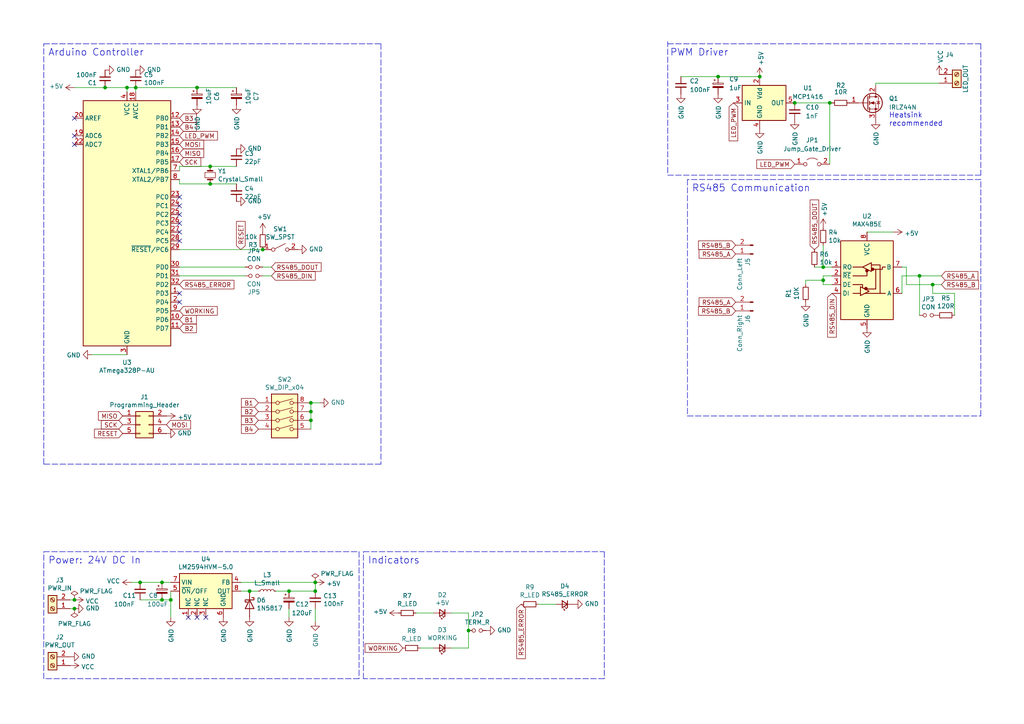
<source format=kicad_sch>
(kicad_sch (version 20211123) (generator eeschema)
  (paper "A4")
  (lib_symbols
    (symbol "Connector:Conn_01x02_Male" (pin_names (offset 1.016) hide)
      (property "Reference" "J" (at 0 2.54 0))
      (property "Value" "Conn_01x02_Male" (at 0 -5.08 0))
      (symbol "Conn_01x02_Male_1_1"
        (polyline (pts (xy 1.27 -2.54) (xy 0.8636 -2.54)) (stroke (width 0.1524)))
        (polyline (pts (xy 1.27 0) (xy 0.8636 0)) (stroke (width 0.1524)))
        (rectangle (start 0.8636 -2.413) (end 0 -2.667) (stroke (width 0.1524)) (fill (type outline)))
        (rectangle (start 0.8636 0.127) (end 0 -0.127) (stroke (width 0.1524)) (fill (type outline)))
        (pin passive line (at 5.08 0 180) (length 3.81) (name "Pin_1") (number "1"))
        (pin passive line (at 5.08 -2.54 180) (length 3.81) (name "Pin_2") (number "2"))
      )
    )
    (symbol "Connector:Screw_Terminal_01x02" (pin_names (offset 1.016) hide)
      (property "Reference" "J" (at 0 2.54 0))
      (property "Value" "Screw_Terminal_01x02" (at 0 -5.08 0))
      (symbol "Screw_Terminal_01x02_1_1"
        (rectangle (start -1.27 1.27) (end 1.27 -3.81) (stroke (width 0.254)) (fill (type background)))
        (circle (center 0 -2.54) (radius 0.635) (stroke (width 0.1524)))
        (polyline (pts (xy -0.5334 -2.2098) (xy 0.3302 -3.048)) (stroke (width 0.1524)))
        (polyline (pts (xy -0.5334 0.3302) (xy 0.3302 -0.508)) (stroke (width 0.1524)))
        (polyline (pts (xy -0.3556 -2.032) (xy 0.508 -2.8702)) (stroke (width 0.1524)))
        (polyline (pts (xy -0.3556 0.508) (xy 0.508 -0.3302)) (stroke (width 0.1524)))
        (circle (center 0 0) (radius 0.635) (stroke (width 0.1524)))
        (pin passive line (at -5.08 0 0) (length 3.81) (name "Pin_1") (number "1"))
        (pin passive line (at -5.08 -2.54 0) (length 3.81) (name "Pin_2") (number "2"))
      )
    )
    (symbol "Connector_Generic:Conn_02x03_Odd_Even" (pin_names (offset 1.016) hide)
      (property "Reference" "J" (at 1.27 5.08 0))
      (property "Value" "Conn_02x03_Odd_Even" (at 1.27 -5.08 0))
      (symbol "Conn_02x03_Odd_Even_1_1"
        (rectangle (start -1.27 -2.413) (end 0 -2.667) (stroke (width 0.1524)))
        (rectangle (start -1.27 0.127) (end 0 -0.127) (stroke (width 0.1524)))
        (rectangle (start -1.27 2.667) (end 0 2.413) (stroke (width 0.1524)))
        (rectangle (start -1.27 3.81) (end 3.81 -3.81) (stroke (width 0.254)) (fill (type background)))
        (rectangle (start 3.81 -2.413) (end 2.54 -2.667) (stroke (width 0.1524)))
        (rectangle (start 3.81 0.127) (end 2.54 -0.127) (stroke (width 0.1524)))
        (rectangle (start 3.81 2.667) (end 2.54 2.413) (stroke (width 0.1524)))
        (pin passive line (at -5.08 2.54 0) (length 3.81) (name "Pin_1") (number "1"))
        (pin passive line (at 7.62 2.54 180) (length 3.81) (name "Pin_2") (number "2"))
        (pin passive line (at -5.08 0 0) (length 3.81) (name "Pin_3") (number "3"))
        (pin passive line (at 7.62 0 180) (length 3.81) (name "Pin_4") (number "4"))
        (pin passive line (at -5.08 -2.54 0) (length 3.81) (name "Pin_5") (number "5"))
        (pin passive line (at 7.62 -2.54 180) (length 3.81) (name "Pin_6") (number "6"))
      )
    )
    (symbol "Device:CP_Small" (pin_numbers hide) (pin_names (offset 0.254) hide)
      (property "Reference" "C" (at 0.254 1.778 0))
      (property "Value" "Device_CP_Small" (at 0.254 -2.032 0))
      (symbol "CP_Small_0_1"
        (rectangle (start -1.524 -0.3048) (end 1.524 -0.6858) (fill (type outline)))
        (rectangle (start -1.524 0.6858) (end 1.524 0.3048))
        (polyline (pts (xy -1.27 1.524) (xy -0.762 1.524)))
        (polyline (pts (xy -1.016 1.27) (xy -1.016 1.778)))
      )
      (symbol "CP_Small_1_1"
        (pin passive line (at 0 2.54 270) (length 1.8542) (name "~") (number "1"))
        (pin passive line (at 0 -2.54 90) (length 1.8542) (name "~") (number "2"))
      )
    )
    (symbol "Device:C_Polarized_Small" (pin_numbers hide) (pin_names (offset 0.254) hide)
      (property "Reference" "C" (at 0.254 1.778 0))
      (property "Value" "C_Polarized_Small" (at 0.254 -2.032 0))
      (symbol "C_Polarized_Small_0_1"
        (rectangle (start -1.524 -0.3048) (end 1.524 -0.6858) (fill (type outline)))
        (rectangle (start -1.524 0.6858) (end 1.524 0.3048))
        (polyline (pts (xy -1.27 1.524) (xy -0.762 1.524)))
        (polyline (pts (xy -1.016 1.27) (xy -1.016 1.778)))
      )
      (symbol "C_Polarized_Small_1_1"
        (pin passive line (at 0 2.54 270) (length 1.8542) (name "~") (number "1"))
        (pin passive line (at 0 -2.54 90) (length 1.8542) (name "~") (number "2"))
      )
    )
    (symbol "Device:C_Small" (pin_numbers hide) (pin_names (offset 0.254) hide)
      (property "Reference" "C" (at 0.254 1.778 0))
      (property "Value" "C_Small" (at 0.254 -2.032 0))
      (symbol "C_Small_0_1"
        (polyline (pts (xy -1.524 -0.508) (xy 1.524 -0.508)) (stroke (width 0.3302)))
        (polyline (pts (xy -1.524 0.508) (xy 1.524 0.508)) (stroke (width 0.3048)))
      )
      (symbol "C_Small_1_1"
        (pin passive line (at 0 2.54 270) (length 2.032) (name "~") (number "1"))
        (pin passive line (at 0 -2.54 90) (length 2.032) (name "~") (number "2"))
      )
    )
    (symbol "Device:Crystal_Small" (pin_numbers hide) (pin_names (offset 1.016) hide)
      (property "Reference" "Y" (at 0 2.54 0))
      (property "Value" "Crystal_Small" (at 0 -2.54 0))
      (symbol "Crystal_Small_0_1"
        (rectangle (start -0.762 -1.524) (end 0.762 1.524))
        (polyline (pts (xy -1.27 -0.762) (xy -1.27 0.762)) (stroke (width 0.381)))
        (polyline (pts (xy 1.27 -0.762) (xy 1.27 0.762)) (stroke (width 0.381)))
      )
      (symbol "Crystal_Small_1_1"
        (pin passive line (at -2.54 0 0) (length 1.27) (name "1") (number "1"))
        (pin passive line (at 2.54 0 180) (length 1.27) (name "2") (number "2"))
      )
    )
    (symbol "Device:Jumper_NO_Small" (pin_numbers hide) (pin_names (offset 0.762) hide)
      (property "Reference" "JP" (at 0 2.032 0))
      (property "Value" "Device_Jumper_NO_Small" (at 0.254 -1.524 0))
      (symbol "Jumper_NO_Small_0_1"
        (circle (center -1.016 0) (radius 0.508))
        (circle (center 1.016 0) (radius 0.508))
        (pin passive line (at -2.54 0 0) (length 1.016) (name "1") (number "1"))
        (pin passive line (at 2.54 0 180) (length 1.016) (name "2") (number "2"))
      )
    )
    (symbol "Device:LED_Small" (pin_numbers hide) (pin_names (offset 0.254) hide)
      (property "Reference" "D" (at -1.27 3.175 0))
      (property "Value" "LED_Small" (at -4.445 -2.54 0))
      (symbol "LED_Small_0_1"
        (polyline (pts (xy -0.762 -1.016) (xy -0.762 1.016)) (stroke (width 0.254)))
        (polyline (pts (xy 1.016 0) (xy -0.762 0)))
        (polyline (pts (xy 0.762 -1.016) (xy -0.762 0) (xy 0.762 1.016) (xy 0.762 -1.016)) (stroke (width 0.254)))
        (polyline (pts (xy 0 0.762) (xy -0.508 1.27) (xy -0.254 1.27) (xy -0.508 1.27) (xy -0.508 1.016)))
        (polyline (pts (xy 0.508 1.27) (xy 0 1.778) (xy 0.254 1.778) (xy 0 1.778) (xy 0 1.524)))
      )
      (symbol "LED_Small_1_1"
        (pin passive line (at -2.54 0 0) (length 1.778) (name "K") (number "1"))
        (pin passive line (at 2.54 0 180) (length 1.778) (name "A") (number "2"))
      )
    )
    (symbol "Device:L_Small" (pin_numbers hide) (pin_names (offset 0.254) hide)
      (property "Reference" "L" (at 0.762 1.016 0))
      (property "Value" "L_Small" (at 0.762 -1.016 0))
      (symbol "L_Small_0_1"
        (arc (start 0 -2.032) (mid 0.508 -1.524) (end 0 -1.016))
        (arc (start 0 -1.016) (mid 0.508 -0.508) (end 0 0))
        (arc (start 0 0) (mid 0.508 0.508) (end 0 1.016))
        (arc (start 0 1.016) (mid 0.508 1.524) (end 0 2.032))
      )
      (symbol "L_Small_1_1"
        (pin passive line (at 0 2.54 270) (length 0.508) (name "~") (number "1"))
        (pin passive line (at 0 -2.54 90) (length 0.508) (name "~") (number "2"))
      )
    )
    (symbol "Device:R_Small" (pin_numbers hide) (pin_names (offset 0.254) hide)
      (property "Reference" "R" (at 0.762 0.508 0))
      (property "Value" "R_Small" (at 0.762 -1.016 0))
      (symbol "R_Small_0_1"
        (rectangle (start -0.762 1.778) (end 0.762 -1.778) (stroke (width 0.2032)))
      )
      (symbol "R_Small_1_1"
        (pin passive line (at 0 2.54 270) (length 0.762) (name "~") (number "1"))
        (pin passive line (at 0 -2.54 90) (length 0.762) (name "~") (number "2"))
      )
    )
    (symbol "Diode:1N5817" (pin_numbers hide) (pin_names (offset 1.016) hide)
      (property "Reference" "D" (at 0 2.54 0))
      (property "Value" "1N5817" (at 0 -2.54 0))
      (symbol "1N5817_0_1"
        (polyline (pts (xy 1.27 0) (xy -1.27 0)))
        (polyline (pts (xy 1.27 1.27) (xy 1.27 -1.27) (xy -1.27 0) (xy 1.27 1.27)) (stroke (width 0.254)))
        (polyline (pts (xy -1.905 0.635) (xy -1.905 1.27) (xy -1.27 1.27) (xy -1.27 -1.27) (xy -0.635 -1.27) (xy -0.635 -0.635)) (stroke (width 0.254)))
      )
      (symbol "1N5817_1_1"
        (pin passive line (at -3.81 0 0) (length 2.54) (name "K") (number "1"))
        (pin passive line (at 3.81 0 180) (length 2.54) (name "A") (number "2"))
      )
    )
    (symbol "Driver_FET:MCP1416"
      (property "Reference" "U" (at -5.08 6.35 0))
      (property "Value" "MCP1416" (at 1.27 6.35 0))
      (symbol "MCP1416_0_1"
        (rectangle (start -5.08 5.08) (end 7.62 -5.08) (stroke (width 0.254)) (fill (type background)))
      )
      (symbol "MCP1416_1_1"
        (pin no_connect line (at 7.62 -2.54 180) (length 2.54) hide (name "NC") (number "1"))
        (pin power_in line (at 0 7.62 270) (length 2.54) (name "Vdd") (number "2"))
        (pin input line (at -7.62 0 0) (length 2.54) (name "IN") (number "3"))
        (pin power_in line (at 0 -7.62 90) (length 2.54) (name "GND") (number "4"))
        (pin output line (at 10.16 0 180) (length 2.54) (name "OUT") (number "5"))
      )
    )
    (symbol "Interface_UART:MAX485E"
      (property "Reference" "U" (at -6.096 11.43 0))
      (property "Value" "MAX485E" (at 0.762 11.43 0))
      (symbol "MAX485E_0_1"
        (rectangle (start -7.62 10.16) (end 7.62 -12.7) (stroke (width 0.254)) (fill (type background)))
        (circle (center -0.3048 -3.683) (radius 0.3556) (stroke (width 0.254)) (fill (type outline)))
        (circle (center -0.0254 1.4986) (radius 0.3556) (stroke (width 0.254)) (fill (type outline)))
        (polyline (pts (xy -4.064 -5.08) (xy -1.905 -5.08)) (stroke (width 0.254)))
        (polyline (pts (xy -4.064 2.54) (xy -1.27 2.54)) (stroke (width 0.254)))
        (polyline (pts (xy -1.27 -3.2004) (xy -1.27 -3.4544)) (stroke (width 0.254)))
        (polyline (pts (xy -0.635 -5.08) (xy 5.334 -5.08)) (stroke (width 0.254)))
        (polyline (pts (xy -4.064 -2.54) (xy -1.27 -2.54) (xy -1.27 -3.175)) (stroke (width 0.254)))
        (polyline (pts (xy 0 1.27) (xy 0 0) (xy -4.064 0)) (stroke (width 0.254)))
        (polyline (pts (xy 1.27 3.175) (xy 3.81 3.175) (xy 3.81 -5.08)) (stroke (width 0.254)))
        (polyline (pts (xy 2.54 1.905) (xy 2.54 -3.81) (xy 0 -3.81)) (stroke (width 0.254)))
        (polyline (pts (xy -1.905 -3.175) (xy -1.905 -5.715) (xy 0.635 -4.445) (xy -1.905 -3.175)) (stroke (width 0.254)))
        (polyline (pts (xy -1.27 2.54) (xy 1.27 3.81) (xy 1.27 1.27) (xy -1.27 2.54)) (stroke (width 0.254)))
        (polyline (pts (xy 1.905 1.905) (xy 4.445 1.905) (xy 4.445 2.54) (xy 5.334 2.54)) (stroke (width 0.254)))
        (rectangle (start 1.27 3.175) (end 1.27 3.175))
        (circle (center 1.651 1.905) (radius 0.3556) (stroke (width 0.254)) (fill (type outline)))
      )
      (symbol "MAX485E_1_1"
        (pin output line (at -10.16 2.54 0) (length 2.54) (name "RO") (number "1"))
        (pin input line (at -10.16 0 0) (length 2.54) (name "~{RE}") (number "2"))
        (pin input line (at -10.16 -2.54 0) (length 2.54) (name "DE") (number "3"))
        (pin input line (at -10.16 -5.08 0) (length 2.54) (name "DI") (number "4"))
        (pin power_in line (at 0 -15.24 90) (length 2.54) (name "GND") (number "5"))
        (pin bidirectional line (at 10.16 -5.08 180) (length 2.54) (name "A") (number "6"))
        (pin bidirectional line (at 10.16 2.54 180) (length 2.54) (name "B") (number "7"))
        (pin power_in line (at 0 12.7 270) (length 2.54) (name "VCC") (number "8"))
      )
    )
    (symbol "Jumper:Jumper_2_Open" (pin_names (offset 0) hide)
      (property "Reference" "JP" (at 0 2.794 0))
      (property "Value" "Jumper_2_Open" (at 0 -2.286 0))
      (symbol "Jumper_2_Open_0_0"
        (circle (center -2.032 0) (radius 0.508))
        (circle (center 2.032 0) (radius 0.508))
      )
      (symbol "Jumper_2_Open_0_1"
        (arc (start 1.524 1.27) (mid 0 1.778) (end -1.524 1.27))
      )
      (symbol "Jumper_2_Open_1_1"
        (pin passive line (at -5.08 0 0) (length 2.54) (name "A") (number "1"))
        (pin passive line (at 5.08 0 180) (length 2.54) (name "B") (number "2"))
      )
    )
    (symbol "MCU_Microchip_ATmega:ATmega328P-AU"
      (property "Reference" "U" (at -12.7 36.83 0))
      (property "Value" "MCU_Microchip_ATmega_ATmega328P-AU" (at 2.54 -36.83 0))
      (symbol "ATmega328P-AU_0_1"
        (rectangle (start -12.7 -35.56) (end 12.7 35.56) (stroke (width 0.254)) (fill (type background)))
      )
      (symbol "ATmega328P-AU_1_1"
        (pin bidirectional line (at 15.24 -20.32 180) (length 2.54) (name "PD3") (number "1"))
        (pin bidirectional line (at 15.24 -27.94 180) (length 2.54) (name "PD6") (number "10"))
        (pin bidirectional line (at 15.24 -30.48 180) (length 2.54) (name "PD7") (number "11"))
        (pin bidirectional line (at 15.24 30.48 180) (length 2.54) (name "PB0") (number "12"))
        (pin bidirectional line (at 15.24 27.94 180) (length 2.54) (name "PB1") (number "13"))
        (pin bidirectional line (at 15.24 25.4 180) (length 2.54) (name "PB2") (number "14"))
        (pin bidirectional line (at 15.24 22.86 180) (length 2.54) (name "PB3") (number "15"))
        (pin bidirectional line (at 15.24 20.32 180) (length 2.54) (name "PB4") (number "16"))
        (pin bidirectional line (at 15.24 17.78 180) (length 2.54) (name "PB5") (number "17"))
        (pin power_in line (at 2.54 38.1 270) (length 2.54) (name "AVCC") (number "18"))
        (pin input line (at -15.24 25.4 0) (length 2.54) (name "ADC6") (number "19"))
        (pin bidirectional line (at 15.24 -22.86 180) (length 2.54) (name "PD4") (number "2"))
        (pin passive line (at -15.24 30.48 0) (length 2.54) (name "AREF") (number "20"))
        (pin passive line (at 0 -38.1 90) (length 2.54) hide (name "GND") (number "21"))
        (pin input line (at -15.24 22.86 0) (length 2.54) (name "ADC7") (number "22"))
        (pin bidirectional line (at 15.24 7.62 180) (length 2.54) (name "PC0") (number "23"))
        (pin bidirectional line (at 15.24 5.08 180) (length 2.54) (name "PC1") (number "24"))
        (pin bidirectional line (at 15.24 2.54 180) (length 2.54) (name "PC2") (number "25"))
        (pin bidirectional line (at 15.24 0 180) (length 2.54) (name "PC3") (number "26"))
        (pin bidirectional line (at 15.24 -2.54 180) (length 2.54) (name "PC4") (number "27"))
        (pin bidirectional line (at 15.24 -5.08 180) (length 2.54) (name "PC5") (number "28"))
        (pin bidirectional line (at 15.24 -7.62 180) (length 2.54) (name "~{RESET}/PC6") (number "29"))
        (pin power_in line (at 0 -38.1 90) (length 2.54) (name "GND") (number "3"))
        (pin bidirectional line (at 15.24 -12.7 180) (length 2.54) (name "PD0") (number "30"))
        (pin bidirectional line (at 15.24 -15.24 180) (length 2.54) (name "PD1") (number "31"))
        (pin bidirectional line (at 15.24 -17.78 180) (length 2.54) (name "PD2") (number "32"))
        (pin power_in line (at 0 38.1 270) (length 2.54) (name "VCC") (number "4"))
        (pin passive line (at 0 -38.1 90) (length 2.54) hide (name "GND") (number "5"))
        (pin passive line (at 0 38.1 270) (length 2.54) hide (name "VCC") (number "6"))
        (pin bidirectional line (at 15.24 15.24 180) (length 2.54) (name "XTAL1/PB6") (number "7"))
        (pin bidirectional line (at 15.24 12.7 180) (length 2.54) (name "XTAL2/PB7") (number "8"))
        (pin bidirectional line (at 15.24 -25.4 180) (length 2.54) (name "PD5") (number "9"))
      )
    )
    (symbol "Regulator_Switching:LM2594HVM-5.0"
      (property "Reference" "U" (at -7.62 6.35 0))
      (property "Value" "LM2594HVM-5.0" (at 0 6.35 0))
      (symbol "LM2594HVM-5.0_0_1"
        (rectangle (start -7.62 5.08) (end 7.62 -5.08) (stroke (width 0.254)) (fill (type background)))
      )
      (symbol "LM2594HVM-5.0_1_1"
        (pin passive line (at -5.08 -7.62 90) (length 2.54) (name "NC") (number "1"))
        (pin passive line (at -2.54 -7.62 90) (length 2.54) (name "NC") (number "2"))
        (pin passive line (at 0 -7.62 90) (length 2.54) (name "NC") (number "3"))
        (pin input line (at 10.16 2.54 180) (length 2.54) (name "FB") (number "4"))
        (pin input line (at -10.16 0 0) (length 2.54) (name "~{ON}/OFF") (number "5"))
        (pin power_in line (at 5.08 -7.62 90) (length 2.54) (name "GND") (number "6"))
        (pin power_in line (at -10.16 2.54 0) (length 2.54) (name "VIN") (number "7"))
        (pin output line (at 10.16 0 180) (length 2.54) (name "OUT") (number "8"))
      )
    )
    (symbol "Switch:SW_DIP_x04" (pin_names (offset 0) hide)
      (property "Reference" "SW" (at 0 8.89 0))
      (property "Value" "SW_DIP_x04" (at 0 -6.35 0))
      (symbol "SW_DIP_x04_0_0"
        (circle (center -2.032 -2.54) (radius 0.508))
        (circle (center -2.032 0) (radius 0.508))
        (circle (center -2.032 2.54) (radius 0.508))
        (circle (center -2.032 5.08) (radius 0.508))
        (polyline (pts (xy -1.524 -2.3876) (xy 2.3622 -1.3462)))
        (polyline (pts (xy -1.524 0.127) (xy 2.3622 1.1684)))
        (polyline (pts (xy -1.524 2.667) (xy 2.3622 3.7084)))
        (polyline (pts (xy -1.524 5.207) (xy 2.3622 6.2484)))
        (circle (center 2.032 -2.54) (radius 0.508))
        (circle (center 2.032 0) (radius 0.508))
        (circle (center 2.032 2.54) (radius 0.508))
        (circle (center 2.032 5.08) (radius 0.508))
      )
      (symbol "SW_DIP_x04_0_1"
        (rectangle (start -3.81 7.62) (end 3.81 -5.08) (stroke (width 0.254)) (fill (type background)))
      )
      (symbol "SW_DIP_x04_1_1"
        (pin passive line (at -7.62 5.08 0) (length 5.08) (name "~") (number "1"))
        (pin passive line (at -7.62 2.54 0) (length 5.08) (name "~") (number "2"))
        (pin passive line (at -7.62 0 0) (length 5.08) (name "~") (number "3"))
        (pin passive line (at -7.62 -2.54 0) (length 5.08) (name "~") (number "4"))
        (pin passive line (at 7.62 -2.54 180) (length 5.08) (name "~") (number "5"))
        (pin passive line (at 7.62 0 180) (length 5.08) (name "~") (number "6"))
        (pin passive line (at 7.62 2.54 180) (length 5.08) (name "~") (number "7"))
        (pin passive line (at 7.62 5.08 180) (length 5.08) (name "~") (number "8"))
      )
    )
    (symbol "Switch:SW_SPST" (pin_names (offset 0) hide)
      (property "Reference" "SW" (at 0 3.175 0))
      (property "Value" "SW_SPST" (at 0 -2.54 0))
      (symbol "SW_SPST_0_0"
        (circle (center -2.032 0) (radius 0.508))
        (polyline (pts (xy -1.524 0.254) (xy 1.524 1.778)))
        (circle (center 2.032 0) (radius 0.508))
      )
      (symbol "SW_SPST_1_1"
        (pin passive line (at -5.08 0 0) (length 2.54) (name "A") (number "1"))
        (pin passive line (at 5.08 0 180) (length 2.54) (name "B") (number "2"))
      )
    )
    (symbol "Transistor_FET:IRLZ44N" (pin_names hide)
      (property "Reference" "Q" (at 6.35 1.905 0))
      (property "Value" "IRLZ44N" (at 6.35 0 0))
      (symbol "IRLZ44N_0_1"
        (polyline (pts (xy 0.254 0) (xy -2.54 0)))
        (polyline (pts (xy 0.254 1.905) (xy 0.254 -1.905)) (stroke (width 0.254)))
        (polyline (pts (xy 0.762 -1.27) (xy 0.762 -2.286)) (stroke (width 0.254)))
        (polyline (pts (xy 0.762 0.508) (xy 0.762 -0.508)) (stroke (width 0.254)))
        (polyline (pts (xy 0.762 2.286) (xy 0.762 1.27)) (stroke (width 0.254)))
        (polyline (pts (xy 2.54 2.54) (xy 2.54 1.778)))
        (polyline (pts (xy 2.54 -2.54) (xy 2.54 0) (xy 0.762 0)))
        (polyline (pts (xy 0.762 -1.778) (xy 3.302 -1.778) (xy 3.302 1.778) (xy 0.762 1.778)))
        (polyline (pts (xy 1.016 0) (xy 2.032 0.381) (xy 2.032 -0.381) (xy 1.016 0)) (fill (type outline)))
        (polyline (pts (xy 2.794 0.508) (xy 2.921 0.381) (xy 3.683 0.381) (xy 3.81 0.254)))
        (polyline (pts (xy 3.302 0.381) (xy 2.921 -0.254) (xy 3.683 -0.254) (xy 3.302 0.381)))
        (circle (center 1.651 0) (radius 2.794) (stroke (width 0.254)))
        (circle (center 2.54 -1.778) (radius 0.254) (fill (type outline)))
        (circle (center 2.54 1.778) (radius 0.254) (fill (type outline)))
      )
      (symbol "IRLZ44N_1_1"
        (pin input line (at -5.08 0 0) (length 2.54) (name "G") (number "1"))
        (pin passive line (at 2.54 5.08 270) (length 2.54) (name "D") (number "2"))
        (pin passive line (at 2.54 -5.08 90) (length 2.54) (name "S") (number "3"))
      )
    )
    (symbol "power:+5V" (power) (pin_names (offset 0))
      (property "Value" "+5V" (at 0 3.556 0))
      (symbol "+5V_0_1"
        (polyline (pts (xy -0.762 1.27) (xy 0 2.54)))
        (polyline (pts (xy 0 0) (xy 0 2.54)))
        (polyline (pts (xy 0 2.54) (xy 0.762 1.27)))
      )
      (symbol "+5V_1_1"
        (pin power_in line (at 0 0 90) (length 0) hide (name "+5V") (number "1"))
      )
    )
    (symbol "power:GND" (power) (pin_names (offset 0))
      (property "Value" "GND" (at 0 -3.81 0))
      (symbol "GND_0_1"
        (polyline (pts (xy 0 0) (xy 0 -1.27) (xy 1.27 -1.27) (xy 0 -2.54) (xy -1.27 -1.27) (xy 0 -1.27)))
      )
      (symbol "GND_1_1"
        (pin power_in line (at 0 0 270) (length 0) hide (name "GND") (number "1"))
      )
    )
    (symbol "power:PWR_FLAG" (power) (pin_numbers hide) (pin_names (offset 0) hide)
      (property "Value" "PWR_FLAG" (at 0 3.81 0))
      (symbol "PWR_FLAG_0_0"
        (pin power_out line (at 0 0 90) (length 0) (name "pwr") (number "1"))
      )
      (symbol "PWR_FLAG_0_1"
        (polyline (pts (xy 0 0) (xy 0 1.27) (xy -1.016 1.905) (xy 0 2.54) (xy 1.016 1.905) (xy 0 1.27)))
      )
    )
    (symbol "power:VCC" (power) (pin_names (offset 0))
      (property "Value" "VCC" (at 0 3.81 0))
      (symbol "VCC_0_1"
        (polyline (pts (xy -0.762 1.27) (xy 0 2.54)))
        (polyline (pts (xy 0 0) (xy 0 2.54)))
        (polyline (pts (xy 0 2.54) (xy 0.762 1.27)))
      )
      (symbol "VCC_1_1"
        (pin power_in line (at 0 0 90) (length 0) hide (name "VCC") (number "1"))
      )
    )
  )
  (junction (at 21.59 176.53))
  (junction (at 60.96 48.26))
  (junction (at 220.345 22.225))
  (junction (at 40.64 168.91))
  (junction (at 238.76 77.47))
  (junction (at 60.96 53.34))
  (junction (at 90.17 119.38))
  (junction (at 270.51 82.55))
  (junction (at 90.17 116.84))
  (junction (at 72.39 171.45))
  (junction (at 240.665 29.845))
  (junction (at 266.7 80.01))
  (junction (at 135.89 182.88))
  (junction (at 39.37 25.4))
  (junction (at 57.15 25.4))
  (junction (at 91.44 171.45))
  (junction (at 36.83 25.4))
  (junction (at 230.505 29.845))
  (junction (at 76.2 72.39))
  (junction (at 208.28 22.225))
  (junction (at 91.44 168.91))
  (junction (at 46.99 173.99))
  (junction (at 49.53 173.99))
  (junction (at 90.17 121.92))
  (junction (at 46.99 168.91))
  (junction (at 21.59 173.99))
  (junction (at 30.48 25.4))
  (junction (at 238.76 81.28))
  (junction (at 83.82 171.45))
  (no_connect (at 52.07 85.09))
  (no_connect (at 54.61 179.07))
  (no_connect (at 21.59 39.37))
  (no_connect (at 52.07 87.63))
  (no_connect (at 52.07 57.15))
  (no_connect (at 21.59 41.91))
  (no_connect (at 52.07 69.85))
  (no_connect (at 59.69 179.07))
  (no_connect (at 52.07 64.77))
  (no_connect (at 57.15 179.07))
  (no_connect (at 52.07 59.69))
  (no_connect (at 21.59 34.29))
  (no_connect (at 52.07 67.31))
  (no_connect (at 52.07 62.23))
  (polyline (pts (xy 104.14 160.02) (xy 104.14 196.85)))
  (wire (pts (xy 135.89 182.88) (xy 135.89 187.96)))
  (wire (pts (xy 21.59 176.53) (xy 20.32 176.53)))
  (wire (pts (xy 21.59 25.4) (xy 30.48 25.4)))
  (polyline (pts (xy 105.41 160.02) (xy 175.26 160.02)))
  (wire (pts (xy 83.82 171.45) (xy 91.44 171.45)))
  (wire (pts (xy 74.93 171.45) (xy 72.39 171.45)))
  (wire (pts (xy 241.3 80.01) (xy 238.76 80.01)))
  (wire (pts (xy 71.12 80.01) (xy 52.07 80.01)))
  (wire (pts (xy 57.15 25.4) (xy 68.58 25.4)))
  (wire (pts (xy 238.76 81.28) (xy 238.76 82.55)))
  (wire (pts (xy 46.99 173.99) (xy 49.53 173.99)))
  (wire (pts (xy 91.44 180.34) (xy 91.44 176.53)))
  (wire (pts (xy 238.76 81.28) (xy 233.68 81.28)))
  (wire (pts (xy 238.76 77.47) (xy 241.3 77.47)))
  (wire (pts (xy 266.7 80.01) (xy 273.05 80.01)))
  (wire (pts (xy 90.17 121.92) (xy 90.17 119.38)))
  (wire (pts (xy 208.28 22.225) (xy 220.345 22.225)))
  (wire (pts (xy 83.82 171.45) (xy 80.01 171.45)))
  (wire (pts (xy 259.08 67.31) (xy 251.46 67.31)))
  (wire (pts (xy 276.86 85.09) (xy 276.86 91.44)))
  (wire (pts (xy 69.85 168.91) (xy 91.44 168.91)))
  (wire (pts (xy 262.89 82.55) (xy 262.89 77.47)))
  (wire (pts (xy 60.96 48.26) (xy 52.07 48.26)))
  (wire (pts (xy 262.89 82.55) (xy 270.51 82.55)))
  (wire (pts (xy 76.2 80.01) (xy 78.74 80.01)))
  (polyline (pts (xy 110.49 12.7) (xy 110.49 134.62)))
  (polyline (pts (xy 284.48 52.07) (xy 199.39 52.07)))
  (wire (pts (xy 76.2 77.47) (xy 78.74 77.47)))
  (wire (pts (xy 125.73 187.96) (xy 121.92 187.96)))
  (polyline (pts (xy 110.49 134.62) (xy 12.7 134.62)))
  (wire (pts (xy 130.81 177.8) (xy 135.89 177.8)))
  (wire (pts (xy 39.37 25.4) (xy 39.37 26.67)))
  (wire (pts (xy 125.73 177.8) (xy 120.65 177.8)))
  (wire (pts (xy 254 24.13) (xy 272.415 24.13)))
  (wire (pts (xy 238.76 82.55) (xy 241.3 82.55)))
  (wire (pts (xy 69.85 171.45) (xy 72.39 171.45)))
  (polyline (pts (xy 193.675 50.165) (xy 193.675 12.065)))
  (wire (pts (xy 90.17 119.38) (xy 90.17 116.84)))
  (wire (pts (xy 30.48 25.4) (xy 36.83 25.4)))
  (polyline (pts (xy 12.7 160.02) (xy 104.14 160.02)))
  (wire (pts (xy 238.76 71.12) (xy 238.76 77.47)))
  (wire (pts (xy 135.89 177.8) (xy 135.89 182.88)))
  (wire (pts (xy 90.17 124.46) (xy 90.17 121.92)))
  (wire (pts (xy 20.32 173.99) (xy 21.59 173.99)))
  (polyline (pts (xy 104.14 196.85) (xy 12.7 196.85)))
  (wire (pts (xy 60.96 48.26) (xy 68.58 48.26)))
  (wire (pts (xy 38.1 168.91) (xy 40.64 168.91)))
  (wire (pts (xy 83.82 179.07) (xy 83.82 176.53)))
  (polyline (pts (xy 193.675 12.7) (xy 284.48 12.7)))
  (wire (pts (xy 26.67 102.87) (xy 36.83 102.87)))
  (wire (pts (xy 46.99 168.91) (xy 49.53 168.91)))
  (wire (pts (xy 71.12 77.47) (xy 52.07 77.47)))
  (wire (pts (xy 197.485 22.225) (xy 208.28 22.225)))
  (polyline (pts (xy 284.48 12.7) (xy 284.48 50.8)))
  (wire (pts (xy 60.96 53.34) (xy 68.58 53.34)))
  (wire (pts (xy 270.51 82.55) (xy 273.05 82.55)))
  (wire (pts (xy 52.07 72.39) (xy 76.2 72.39)))
  (wire (pts (xy 49.53 173.99) (xy 49.53 171.45)))
  (polyline (pts (xy 175.26 196.85) (xy 105.41 196.85)))
  (wire (pts (xy 261.62 80.01) (xy 261.62 85.09)))
  (wire (pts (xy 161.29 175.26) (xy 156.21 175.26)))
  (wire (pts (xy 90.17 116.84) (xy 92.71 116.84)))
  (wire (pts (xy 230.505 29.845) (xy 240.665 29.845)))
  (wire (pts (xy 36.83 25.4) (xy 36.83 26.67)))
  (wire (pts (xy 49.53 179.07) (xy 49.53 173.99)))
  (wire (pts (xy 39.37 25.4) (xy 57.15 25.4)))
  (wire (pts (xy 60.96 53.34) (xy 52.07 53.34)))
  (polyline (pts (xy 12.7 134.62) (xy 12.7 12.7)))
  (wire (pts (xy 261.62 80.01) (xy 266.7 80.01)))
  (wire (pts (xy 46.99 173.99) (xy 40.64 173.99)))
  (wire (pts (xy 270.51 82.55) (xy 270.51 85.09)))
  (polyline (pts (xy 199.39 120.65) (xy 284.48 120.65)))
  (wire (pts (xy 36.83 25.4) (xy 39.37 25.4)))
  (wire (pts (xy 238.76 80.01) (xy 238.76 81.28)))
  (polyline (pts (xy 284.48 120.65) (xy 284.48 52.07)))
  (polyline (pts (xy 284.48 50.8) (xy 193.675 50.8)))
  (wire (pts (xy 254 24.13) (xy 254 24.765)))
  (polyline (pts (xy 199.39 52.07) (xy 199.39 120.65)))
  (wire (pts (xy 91.44 168.91) (xy 91.44 171.45)))
  (wire (pts (xy 52.07 53.34) (xy 52.07 52.07)))
  (wire (pts (xy 266.7 91.44) (xy 266.7 80.01)))
  (polyline (pts (xy 175.26 160.02) (xy 175.26 196.85)))
  (wire (pts (xy 262.89 77.47) (xy 261.62 77.47)))
  (wire (pts (xy 240.665 29.845) (xy 240.665 47.625)))
  (wire (pts (xy 240.665 29.845) (xy 241.3 29.845)))
  (polyline (pts (xy 12.7 12.7) (xy 110.49 12.7)))
  (wire (pts (xy 233.68 81.28) (xy 233.68 82.55)))
  (polyline (pts (xy 12.7 196.85) (xy 12.7 160.02)))
  (wire (pts (xy 236.22 77.47) (xy 238.76 77.47)))
  (wire (pts (xy 40.64 168.91) (xy 46.99 168.91)))
  (wire (pts (xy 270.51 85.09) (xy 276.86 85.09)))
  (wire (pts (xy 130.81 187.96) (xy 135.89 187.96)))
  (polyline (pts (xy 105.41 196.85) (xy 105.41 160.02)))
  (wire (pts (xy 52.07 48.26) (xy 52.07 49.53)))
  (text "RS485 Communication" (at 200.66 55.88 0) (effects (font (size 2.0066 2.0066)) (justify left bottom)))
  (text "Arduino Controller" (at 13.97 16.51 0) (effects (font (size 2.0066 2.0066)) (justify left bottom)))
  (text "Indicators" (at 106.68 163.83 0) (effects (font (size 2.0066 2.0066)) (justify left bottom)))
  (text "Power: 24V DC In" (at 13.97 163.83 0) (effects (font (size 2.0066 2.0066)) (justify left bottom)))
  (text "PWM Driver" (at 194.31 16.51 0) (effects (font (size 2.0066 2.0066)) (justify left bottom)))
  (text "Heatsink\nrecommended" (at 257.81 36.83 0) (effects (font (size 1.5 1.5)) (justify left bottom)))
  (global_label "RS485_DIN" (shape input) (at 241.3 85.09 270) (property "Intersheet References" "${INTERSHEET_REFS}" (effects hide)))
  (global_label "RS485_A" (shape input) (at 213.36 73.66 180) (property "Intersheet References" "${INTERSHEET_REFS}" (effects hide)))
  (global_label "SCK" (shape input) (at 52.07 46.99 0) (property "Intersheet References" "${INTERSHEET_REFS}" (effects hide)))
  (global_label "B1" (shape input) (at 74.93 116.84 180) (property "Intersheet References" "${INTERSHEET_REFS}" (effects hide)))
  (global_label "RS485_ERROR" (shape input) (at 52.07 82.55 0) (property "Intersheet References" "${INTERSHEET_REFS}" (effects hide)))
  (global_label "RS485_A" (shape input) (at 273.05 80.01 0) (property "Intersheet References" "${INTERSHEET_REFS}" (effects hide)))
  (global_label "WORKING" (shape input) (at 52.07 90.17 0) (property "Intersheet References" "${INTERSHEET_REFS}" (effects hide)))
  (global_label "LED_PWM" (shape input) (at 52.07 39.37 0) (property "Intersheet References" "${INTERSHEET_REFS}" (effects hide)))
  (global_label "B3" (shape input) (at 52.07 34.29 0) (property "Intersheet References" "${INTERSHEET_REFS}" (effects hide)))
  (global_label "RESET" (shape input) (at 69.85 72.39 90) (property "Intersheet References" "${INTERSHEET_REFS}" (effects hide)))
  (global_label "RS485_B" (shape input) (at 213.36 71.12 180) (property "Intersheet References" "${INTERSHEET_REFS}" (effects hide)))
  (global_label "MISO" (shape input) (at 35.56 120.65 180) (property "Intersheet References" "${INTERSHEET_REFS}" (effects hide)))
  (global_label "SCK" (shape input) (at 35.56 123.19 180) (property "Intersheet References" "${INTERSHEET_REFS}" (effects hide)))
  (global_label "RS485_ERROR" (shape input) (at 151.13 175.26 270) (property "Intersheet References" "${INTERSHEET_REFS}" (effects hide)))
  (global_label "RS485_DIN" (shape input) (at 78.74 80.01 0) (property "Intersheet References" "${INTERSHEET_REFS}" (effects hide)))
  (global_label "RS485_B" (shape input) (at 213.36 90.17 180) (property "Intersheet References" "${INTERSHEET_REFS}" (effects hide)))
  (global_label "B4" (shape input) (at 74.93 124.46 180) (property "Intersheet References" "${INTERSHEET_REFS}" (effects hide)))
  (global_label "MISO" (shape input) (at 52.07 44.45 0) (property "Intersheet References" "${INTERSHEET_REFS}" (effects hide)))
  (global_label "RS485_DOUT" (shape input) (at 78.74 77.47 0) (property "Intersheet References" "${INTERSHEET_REFS}" (effects hide)))
  (global_label "B2" (shape input) (at 74.93 119.38 180) (property "Intersheet References" "${INTERSHEET_REFS}" (effects hide)))
  (global_label "RS485_B" (shape input) (at 273.05 82.55 0) (property "Intersheet References" "${INTERSHEET_REFS}" (effects hide)))
  (global_label "RS485_A" (shape input) (at 213.36 87.63 180) (property "Intersheet References" "${INTERSHEET_REFS}" (effects hide)))
  (global_label "B1" (shape input) (at 52.07 92.71 0) (property "Intersheet References" "${INTERSHEET_REFS}" (effects hide)))
  (global_label "MOSI" (shape input) (at 52.07 41.91 0) (property "Intersheet References" "${INTERSHEET_REFS}" (effects hide)))
  (global_label "RS485_DOUT" (shape input) (at 236.22 72.39 90) (property "Intersheet References" "${INTERSHEET_REFS}" (effects hide)))
  (global_label "B3" (shape input) (at 74.93 121.92 180) (property "Intersheet References" "${INTERSHEET_REFS}" (effects hide)))
  (global_label "B4" (shape input) (at 52.07 36.83 0) (property "Intersheet References" "${INTERSHEET_REFS}" (effects hide)))
  (global_label "LED_PWM" (shape input) (at 230.505 47.625 180) (property "Intersheet References" "${INTERSHEET_REFS}" (effects hide)))
  (global_label "MOSI" (shape input) (at 48.26 123.19 0) (property "Intersheet References" "${INTERSHEET_REFS}" (effects hide)))
  (global_label "WORKING" (shape input) (at 116.84 187.96 180) (property "Intersheet References" "${INTERSHEET_REFS}" (effects hide)))
  (global_label "RESET" (shape input) (at 35.56 125.73 180) (property "Intersheet References" "${INTERSHEET_REFS}" (effects hide)))
  (global_label "B2" (shape input) (at 52.07 95.25 0) (property "Intersheet References" "${INTERSHEET_REFS}" (effects hide)))
  (global_label "LED_PWM" (shape input) (at 212.725 29.845 270) (property "Intersheet References" "${INTERSHEET_REFS}" (effects hide)))
  (symbol (lib_id "Switch:SW_SPST") (at 81.28 72.39 0) (unit 1)
    (property "Reference" "SW1" (at 81.28 66.421 0))
    (property "Value" "SW_SPST" (at 81.28 68.7324 0))
    (property "Footprint" "Button_Switch_SMD:SW_Push_SPST_NO_Alps_SKRK" (effects hide))
  )
  (symbol (lib_id "power:GND") (at 86.36 72.39 90) (unit 1)
    (property "Reference" "#PWR09" (effects hide))
    (property "Value" "GND" (at 89.6112 72.263 90) (effects (justify right)))
  )
  (symbol (lib_id "Device:R_Small") (at 76.2 69.85 0) (unit 1)
    (property "Reference" "R3" (at 74.7014 71.0184 0) (effects (justify right)))
    (property "Value" "10k" (at 74.7014 68.707 0) (effects (justify right)))
    (property "Footprint" "Resistor_SMD:R_0805_2012Metric_Pad1.20x1.40mm_HandSolder" (effects hide))
    (property "LCSC" "C25612" (effects hide))
  )
  (symbol (lib_id "power:GND") (at 26.67 102.87 270) (unit 1)
    (property "Reference" "#PWR0109" (effects hide))
    (property "Value" "GND" (at 23.4188 102.997 90) (effects (justify right)))
  )
  (symbol (lib_id "Device:R_Small") (at 233.68 85.09 0) (unit 1)
    (property "Reference" "R1" (at 228.7016 85.09 90))
    (property "Value" "10K" (at 231.013 85.09 90))
    (property "Footprint" "Resistor_SMD:R_0805_2012Metric_Pad1.20x1.40mm_HandSolder" (effects hide))
    (property "LCSC" "C25612" (effects hide))
  )
  (symbol (lib_id "power:GND") (at 233.68 87.63 0) (unit 1)
    (property "Reference" "#PWR0107" (effects hide))
    (property "Value" "GND" (at 233.807 90.8812 90) (effects (justify right)))
  )
  (symbol (lib_id "Interface_UART:MAX485E") (at 251.46 80.01 0) (unit 1)
    (property "Reference" "U2" (at 251.46 62.7126 0))
    (property "Value" "MAX485E" (at 251.46 65.024 0))
    (property "Footprint" "Package_SO:SOIC-8_3.9x4.9mm_P1.27mm" (effects hide))
    (property "Datasheet" "https://datasheets.maximintegrated.com/en/ds/MAX1487E-MAX491E.pdf" (effects hide))
    (property "LCSC" "C19738" (effects hide))
  )
  (symbol (lib_id "power:GND") (at 48.26 125.73 90) (unit 1)
    (property "Reference" "#PWR015" (effects hide))
    (property "Value" "GND" (at 51.5112 125.603 90) (effects (justify right)))
  )
  (symbol (lib_id "Device:Jumper_NO_Small") (at 269.24 91.44 0) (unit 1)
    (property "Reference" "JP3" (at 269.24 86.741 0))
    (property "Value" "CON" (at 269.24 89.0524 0))
    (property "Footprint" "Connector_PinHeader_2.54mm:PinHeader_1x02_P2.54mm_Vertical" (effects hide))
    (property "LCSC" "C234182" (effects hide))
  )
  (symbol (lib_id "Device:R_Small") (at 274.32 91.44 270) (unit 1)
    (property "Reference" "R5" (at 274.32 86.4616 90))
    (property "Value" "120R" (at 274.32 88.773 90))
    (property "Footprint" "Resistor_SMD:R_0805_2012Metric_Pad1.20x1.40mm_HandSolder" (effects hide))
    (property "LCSC" "C966144" (effects hide))
  )
  (symbol (lib_id "power:GND") (at 30.48 20.32 90) (unit 1)
    (property "Reference" "#PWR02" (effects hide))
    (property "Value" "GND" (at 33.7312 20.193 90) (effects (justify right)))
  )
  (symbol (lib_id "MCU_Microchip_ATmega:ATmega328P-AU") (at 36.83 64.77 0) (unit 1)
    (property "Reference" "U3" (at 36.83 105.1306 0))
    (property "Value" "ATmega328P-AU" (at 36.83 107.442 0))
    (property "Footprint" "Package_QFP:TQFP-32_7x7mm_P0.8mm" (effects hide))
    (property "Datasheet" "http://ww1.microchip.com/downloads/en/DeviceDoc/ATmega328_P%20AVR%20MCU%20with%20picoPower%20Technology%20Data%20Sheet%2040001984A.pdf" (effects hide))
    (property "LCSC" "C14877" (effects hide))
  )
  (symbol (lib_id "power:+5V") (at 21.59 25.4 90) (unit 1)
    (property "Reference" "#PWR01" (effects hide))
    (property "Value" "+5V" (at 18.3388 25.019 90) (effects (justify left)))
  )
  (symbol (lib_id "power:+5V") (at 259.08 67.31 270) (unit 1)
    (property "Reference" "#PWR014" (effects hide))
    (property "Value" "+5V" (at 262.3312 67.691 90) (effects (justify left)))
  )
  (symbol (lib_id "power:GND") (at 251.46 95.25 0) (unit 1)
    (property "Reference" "#PWR013" (effects hide))
    (property "Value" "GND" (at 251.587 98.5012 90) (effects (justify right)))
  )
  (symbol (lib_id "power:+5V") (at 48.26 120.65 270) (unit 1)
    (property "Reference" "#PWR07" (effects hide))
    (property "Value" "+5V" (at 51.5112 121.031 90) (effects (justify left)))
  )
  (symbol (lib_id "power:+5V") (at 76.2 67.31 0) (unit 1)
    (property "Reference" "#PWR06" (effects hide))
    (property "Value" "+5V" (at 76.581 62.9158 0))
  )
  (symbol (lib_id "power:GND") (at 21.59 176.53 90) (unit 1)
    (property "Reference" "#PWR0106" (effects hide))
    (property "Value" "GND" (at 24.8412 176.403 90) (effects (justify right)))
  )
  (symbol (lib_id "power:+5V") (at 91.44 168.91 270) (unit 1)
    (property "Reference" "#PWR03" (effects hide))
    (property "Value" "+5V" (at 94.6912 169.291 90) (effects (justify left)))
  )
  (symbol (lib_id "Connector:Conn_01x02_Male") (at 218.44 73.66 180) (unit 1)
    (property "Reference" "J5" (at 216.8652 74.7776 90) (effects (justify left)))
    (property "Value" "Conn_Left" (at 214.5538 74.7776 90) (effects (justify left)))
    (property "Footprint" "Connector_JST:JST_XH_B2B-XH-A_1x02_P2.50mm_Vertical" (effects hide))
  )
  (symbol (lib_id "Connector:Screw_Terminal_01x02") (at 15.24 176.53 180) (unit 1)
    (property "Reference" "J3" (at 17.3228 168.275 0))
    (property "Value" "PWR_IN" (at 17.3228 170.5864 0))
    (property "Footprint" "TerminalBlock_Phoenix:TerminalBlock_Phoenix_MKDS-1,5-2_1x02_P5.00mm_Horizontal" (effects hide))
    (property "LCSC" "C8404" (effects hide))
  )
  (symbol (lib_id "Connector:Conn_01x02_Male") (at 218.44 90.17 180) (unit 1)
    (property "Reference" "J6" (at 216.8652 91.2876 90) (effects (justify left)))
    (property "Value" "Conn_Right" (at 214.5538 91.2876 90) (effects (justify left)))
    (property "Footprint" "Connector_JST:JST_XH_B2B-XH-A_1x02_P2.50mm_Vertical" (effects hide))
  )
  (symbol (lib_id "power:VCC") (at 20.32 193.04 270) (unit 1)
    (property "Reference" "#PWR022" (effects hide))
    (property "Value" "VCC" (at 23.5712 193.421 90) (effects (justify left)))
  )
  (symbol (lib_id "power:GND") (at 20.32 190.5 90) (unit 1)
    (property "Reference" "#PWR023" (effects hide))
    (property "Value" "GND" (at 23.5712 190.373 90) (effects (justify right)))
  )
  (symbol (lib_id "Connector:Screw_Terminal_01x02") (at 15.24 193.04 180) (unit 1)
    (property "Reference" "J2" (at 17.3228 184.785 0))
    (property "Value" "PWR_OUT" (at 17.3228 187.0964 0))
    (property "Footprint" "TerminalBlock_Phoenix:TerminalBlock_Phoenix_MKDS-1,5-2_1x02_P5.00mm_Horizontal" (effects hide))
    (property "LCSC" "C8404" (effects hide))
  )
  (symbol (lib_id "Device:R_Small") (at 238.76 68.58 180) (unit 1)
    (property "Reference" "R4" (at 240.2586 67.4116 0) (effects (justify right)))
    (property "Value" "10k" (at 240.2586 69.723 0) (effects (justify right)))
    (property "Footprint" "Resistor_SMD:R_0805_2012Metric_Pad1.20x1.40mm_HandSolder" (effects hide))
    (property "LCSC" "C25612" (effects hide))
  )
  (symbol (lib_id "power:+5V") (at 238.76 66.04 0) (unit 1)
    (property "Reference" "#PWR024" (effects hide))
    (property "Value" "+5V" (at 239.141 62.7888 90) (effects (justify left)))
  )
  (symbol (lib_id "Device:R_Small") (at 236.22 74.93 180) (unit 1)
    (property "Reference" "R6" (at 237.7186 73.7616 0) (effects (justify right)))
    (property "Value" "10k" (at 237.7186 76.073 0) (effects (justify right)))
    (property "Footprint" "Resistor_SMD:R_0805_2012Metric_Pad1.20x1.40mm_HandSolder" (effects hide))
    (property "LCSC" "C25612" (effects hide))
  )
  (symbol (lib_id "Device:CP_Small") (at 57.15 27.94 0) (unit 1)
    (property "Reference" "C6" (at 62.865 27.94 90))
    (property "Value" "10uF" (at 60.5536 27.94 90))
    (property "Footprint" "Capacitor_THT:CP_Radial_D4.0mm_P1.50mm" (effects hide))
    (property "LCSC" "C694328" (effects hide))
  )
  (symbol (lib_id "power:GND") (at 57.15 30.48 0) (unit 1)
    (property "Reference" "#PWR021" (effects hide))
    (property "Value" "GND" (at 57.277 33.7312 90) (effects (justify right)))
  )
  (symbol (lib_id "Device:CP_Small") (at 68.58 27.94 0) (unit 1)
    (property "Reference" "C7" (at 74.295 27.94 90))
    (property "Value" "10uF" (at 71.9836 27.94 90))
    (property "Footprint" "Capacitor_THT:CP_Radial_D4.0mm_P1.50mm" (effects hide))
    (property "LCSC" "C694328" (effects hide))
  )
  (symbol (lib_id "power:GND") (at 68.58 30.48 0) (unit 1)
    (property "Reference" "#PWR028" (effects hide))
    (property "Value" "GND" (at 68.707 33.7312 90) (effects (justify right)))
  )
  (symbol (lib_id "Device:LED_Small") (at 163.83 175.26 180) (unit 1)
    (property "Reference" "D4" (at 163.83 170.0022 0))
    (property "Value" "RS485_ERROR" (at 163.83 172.3136 0))
    (property "Footprint" "Diode_SMD:D_1206_3216Metric_Pad1.42x1.75mm_HandSolder" (effects hide))
  )
  (symbol (lib_id "Device:R_Small") (at 153.67 175.26 270) (unit 1)
    (property "Reference" "R9" (at 153.67 170.2816 90))
    (property "Value" "R_LED" (at 153.67 172.593 90))
    (property "Footprint" "Resistor_SMD:R_1206_3216Metric_Pad1.30x1.75mm_HandSolder" (effects hide))
  )
  (symbol (lib_id "power:GND") (at 166.37 175.26 90) (unit 1)
    (property "Reference" "#PWR016" (effects hide))
    (property "Value" "GND" (at 169.6212 175.133 90) (effects (justify right)))
  )
  (symbol (lib_id "Switch:SW_DIP_x04") (at 82.55 121.92 0) (unit 1)
    (property "Reference" "SW2" (at 82.55 110.0582 0))
    (property "Value" "SW_DIP_x04" (at 82.55 112.3696 0))
    (property "Footprint" "Button_Switch_SMD:SW_DIP_SPSTx04_Slide_6.7x11.72mm_W8.61mm_P2.54mm_LowProfile" (effects hide))
    (property "LCSC" "C54950" (effects hide))
  )
  (symbol (lib_id "Connector_Generic:Conn_02x03_Odd_Even") (at 40.64 123.19 0) (unit 1)
    (property "Reference" "J1" (at 41.91 115.1382 0))
    (property "Value" "Programming_Header" (at 41.91 117.4496 0))
    (property "Footprint" "Connector_IDC:IDC-Header_2x03_P2.54mm_Vertical" (effects hide))
    (property "LCSC" "C11214" (effects hide))
  )
  (symbol (lib_id "Regulator_Switching:LM2594HVM-5.0") (at 59.69 171.45 0) (unit 1)
    (property "Reference" "U4" (at 59.69 162.1282 0))
    (property "Value" "LM2594HVM-5.0" (at 59.69 164.4396 0))
    (property "Footprint" "Package_SO:SOIC-8_3.9x4.9mm_P1.27mm" (effects hide))
    (property "Datasheet" "http://www.ti.com/lit/ds/symlink/lm2594.pdf" (effects hide))
    (property "LCSC" "C179674" (effects hide))
  )
  (symbol (lib_id "power:GND") (at 92.71 116.84 90) (unit 1)
    (property "Reference" "#PWR0101" (effects hide))
    (property "Value" "GND" (at 95.9612 116.713 90) (effects (justify right)))
  )
  (symbol (lib_id "power:GND") (at 64.77 179.07 0) (unit 1)
    (property "Reference" "#PWR033" (effects hide))
    (property "Value" "GND" (at 64.897 182.3212 90) (effects (justify right)))
  )
  (symbol (lib_id "power:VCC") (at 38.1 168.91 90) (unit 1)
    (property "Reference" "#PWR017" (effects hide))
    (property "Value" "VCC" (at 34.8488 168.529 90) (effects (justify left)))
  )
  (symbol (lib_id "Device:Jumper_NO_Small") (at 73.66 77.47 0) (unit 1)
    (property "Reference" "JP4" (at 73.66 72.771 0))
    (property "Value" "CON" (at 73.66 75.0824 0))
    (property "Footprint" "Connector_PinHeader_2.54mm:PinHeader_1x02_P2.54mm_Vertical" (effects hide))
    (property "LCSC" "C234182" (effects hide))
  )
  (symbol (lib_id "power:GND") (at 49.53 179.07 0) (unit 1)
    (property "Reference" "#PWR032" (effects hide))
    (property "Value" "GND" (at 49.657 182.3212 90) (effects (justify right)))
  )
  (symbol (lib_id "power:VCC") (at 21.59 173.99 270) (unit 1)
    (property "Reference" "#PWR027" (effects hide))
    (property "Value" "VCC" (at 24.8412 174.371 90) (effects (justify left)))
  )
  (symbol (lib_id "Diode:1N5817") (at 72.39 175.26 270) (unit 1)
    (property "Reference" "D6" (at 74.422 174.0916 90) (effects (justify left)))
    (property "Value" "1N5817" (at 74.422 176.403 90) (effects (justify left)))
    (property "Footprint" "Diode_SMD:D_SOD-123" (effects hide))
    (property "Datasheet" "http://www.vishay.com/docs/88525/1n5817.pdf" (effects hide))
    (property "LCSC" "C727113" (effects hide))
  )
  (symbol (lib_id "Device:C_Small") (at 39.37 22.86 180) (unit 1)
    (property "Reference" "C5" (at 41.7068 21.6916 0) (effects (justify right)))
    (property "Value" "100nF" (at 41.7068 24.003 0) (effects (justify right)))
    (property "Footprint" "Capacitor_SMD:C_0805_2012Metric_Pad1.18x1.45mm_HandSolder" (effects hide))
    (property "LCSC" "C49678" (effects hide))
  )
  (symbol (lib_id "power:GND") (at 39.37 20.32 90) (unit 1)
    (property "Reference" "#PWR019" (effects hide))
    (property "Value" "GND" (at 42.6212 20.193 90) (effects (justify right)))
  )
  (symbol (lib_id "power:GND") (at 72.39 179.07 0) (unit 1)
    (property "Reference" "#PWR034" (effects hide))
    (property "Value" "GND" (at 72.517 182.3212 90) (effects (justify right)))
  )
  (symbol (lib_id "Device:Jumper_NO_Small") (at 73.66 80.01 180) (unit 1)
    (property "Reference" "JP5" (at 73.66 84.709 0))
    (property "Value" "CON" (at 73.66 82.3976 0))
    (property "Footprint" "Connector_PinHeader_2.54mm:PinHeader_1x02_P2.54mm_Vertical" (effects hide))
    (property "LCSC" "C234182" (effects hide))
  )
  (symbol (lib_id "Device:L_Small") (at 77.47 171.45 90) (unit 1)
    (property "Reference" "L3" (at 77.47 166.751 90))
    (property "Value" "L_Small" (at 77.47 169.0624 90))
    (property "Footprint" "Inductor_SMD:L_6.3x6.3_H3" (effects hide))
    (property "LCSC" "C206230" (effects hide))
  )
  (symbol (lib_id "Device:CP_Small") (at 46.99 171.45 0) (unit 1)
    (property "Reference" "C8" (at 44.45 172.72 0))
    (property "Value" "100uF" (at 45.72 175.26 0))
    (property "Footprint" "Capacitor_THT:CP_Radial_D6.3mm_P2.50mm" (effects hide))
    (property "LCSC" "C47859" (effects hide))
  )
  (symbol (lib_id "Device:C_Small") (at 40.64 171.45 180) (unit 1)
    (property "Reference" "C11" (at 35.56 172.72 0) (effects (justify right)))
    (property "Value" "100nF" (at 33.02 175.26 0) (effects (justify right)))
    (property "Footprint" "Capacitor_SMD:C_0805_2012Metric_Pad1.18x1.45mm_HandSolder" (effects hide))
    (property "LCSC" "C49678" (effects hide))
  )
  (symbol (lib_id "Device:CP_Small") (at 83.82 173.99 0) (unit 1)
    (property "Reference" "C12" (at 87.63 175.26 0))
    (property "Value" "120uF" (at 87.63 177.8 0))
    (property "Footprint" "Capacitor_THT:CP_Radial_D8.0mm_P3.50mm" (effects hide))
    (property "LCSC" "C178703" (effects hide))
  )
  (symbol (lib_id "power:GND") (at 83.82 179.07 0) (unit 1)
    (property "Reference" "#PWR035" (effects hide))
    (property "Value" "GND" (at 83.947 182.3212 90) (effects (justify right)))
  )
  (symbol (lib_id "power:GND") (at 140.97 182.88 90) (unit 1)
    (property "Reference" "#PWR026" (effects hide))
    (property "Value" "GND" (at 144.2212 182.753 90) (effects (justify right)))
  )
  (symbol (lib_id "Device:C_Small") (at 91.44 173.99 180) (unit 1)
    (property "Reference" "C13" (at 93.7768 172.8216 0) (effects (justify right)))
    (property "Value" "100nF" (at 93.7768 175.133 0) (effects (justify right)))
    (property "Footprint" "Capacitor_SMD:C_0805_2012Metric_Pad1.18x1.45mm_HandSolder" (effects hide))
    (property "LCSC" "C49678" (effects hide))
  )
  (symbol (lib_id "power:GND") (at 91.44 180.34 0) (unit 1)
    (property "Reference" "#PWR036" (effects hide))
    (property "Value" "GND" (at 91.567 183.5912 90) (effects (justify right)))
  )
  (symbol (lib_id "Device:LED_Small") (at 128.27 177.8 180) (unit 1)
    (property "Reference" "D2" (at 128.27 172.5422 0))
    (property "Value" "+5V" (at 128.27 174.8536 0))
    (property "Footprint" "Diode_SMD:D_1206_3216Metric_Pad1.42x1.75mm_HandSolder" (effects hide))
  )
  (symbol (lib_id "power:+5V") (at 115.57 177.8 90) (unit 1)
    (property "Reference" "#PWR020" (effects hide))
    (property "Value" "+5V" (at 112.3188 177.419 90) (effects (justify left)))
  )
  (symbol (lib_id "Device:R_Small") (at 118.11 177.8 270) (unit 1)
    (property "Reference" "R7" (at 118.11 172.8216 90))
    (property "Value" "R_LED" (at 118.11 175.133 90))
    (property "Footprint" "Resistor_SMD:R_1206_3216Metric_Pad1.30x1.75mm_HandSolder" (effects hide))
  )
  (symbol (lib_id "Device:LED_Small") (at 128.27 187.96 180) (unit 1)
    (property "Reference" "D3" (at 128.27 182.7022 0))
    (property "Value" "WORKING" (at 128.27 185.0136 0))
    (property "Footprint" "Diode_SMD:D_1206_3216Metric_Pad1.42x1.75mm_HandSolder" (effects hide))
  )
  (symbol (lib_id "Device:R_Small") (at 119.38 187.96 270) (unit 1)
    (property "Reference" "R8" (at 119.38 182.9816 90))
    (property "Value" "R_LED" (at 119.38 185.293 90))
    (property "Footprint" "Resistor_SMD:R_1206_3216Metric_Pad1.30x1.75mm_HandSolder" (effects hide))
  )
  (symbol (lib_id "Device:C_Small") (at 30.48 22.86 0) (unit 1)
    (property "Reference" "C1" (at 28.1432 24.0284 0) (effects (justify right)))
    (property "Value" "100nF" (at 28.1432 21.717 0) (effects (justify right)))
    (property "Footprint" "Capacitor_SMD:C_0805_2012Metric_Pad1.18x1.45mm_HandSolder" (effects hide))
    (property "LCSC" "C49678" (effects hide))
  )
  (symbol (lib_id "Device:Crystal_Small") (at 60.96 50.8 270) (unit 1)
    (property "Reference" "Y1" (at 63.1952 49.6316 90) (effects (justify left)))
    (property "Value" "Crystal_Small" (at 63.1952 51.943 90) (effects (justify left)))
    (property "Footprint" "Crystal:Crystal_HC49-U_Vertical" (effects hide))
    (property "LCSC" "C16212" (effects hide))
  )
  (symbol (lib_id "Device:Jumper_NO_Small") (at 138.43 182.88 0) (unit 1)
    (property "Reference" "JP2" (at 138.43 178.181 0))
    (property "Value" "TERM_R" (at 138.43 180.4924 0))
    (property "Footprint" "Connector_PinHeader_2.54mm:PinHeader_1x02_P2.54mm_Vertical" (effects hide))
    (property "LCSC" "C234182" (effects hide))
  )
  (symbol (lib_id "Device:C_Small") (at 68.58 45.72 180) (unit 1)
    (property "Reference" "C3" (at 70.9168 44.5516 0) (effects (justify right)))
    (property "Value" "22pF" (at 70.9168 46.863 0) (effects (justify right)))
    (property "Footprint" "Capacitor_SMD:C_0805_2012Metric_Pad1.18x1.45mm_HandSolder" (effects hide))
    (property "LCSC" "C24658" (effects hide))
  )
  (symbol (lib_id "Device:C_Small") (at 68.58 55.88 180) (unit 1)
    (property "Reference" "C4" (at 70.9168 54.7116 0) (effects (justify right)))
    (property "Value" "22pF" (at 70.9168 57.023 0) (effects (justify right)))
    (property "Footprint" "Capacitor_SMD:C_0805_2012Metric_Pad1.18x1.45mm_HandSolder" (effects hide))
    (property "LCSC" "C24658" (effects hide))
  )
  (symbol (lib_id "power:PWR_FLAG") (at 21.59 173.99 0) (unit 1)
    (property "Reference" "#FLG0102" (effects hide))
    (property "Value" "PWR_FLAG" (at 27.94 171.45 0))
  )
  (symbol (lib_id "power:PWR_FLAG") (at 21.59 176.53 180) (unit 1)
    (property "Reference" "#FLG0103" (effects hide))
    (property "Value" "PWR_FLAG" (at 21.59 180.9242 0))
  )
  (symbol (lib_id "power:GND") (at 68.58 43.18 90) (unit 1)
    (property "Reference" "#PWR0102" (effects hide))
    (property "Value" "GND" (at 71.8312 43.053 90) (effects (justify right)))
  )
  (symbol (lib_id "power:GND") (at 68.58 58.42 90) (unit 1)
    (property "Reference" "#PWR0103" (effects hide))
    (property "Value" "GND" (at 71.8312 58.293 90) (effects (justify right)))
  )
  (symbol (lib_id "power:GND") (at 254 34.925 0) (unit 1)
    (property "Reference" "#PWR018" (effects hide))
    (property "Value" "GND" (at 254.127 38.1762 90) (effects (justify right)))
  )
  (symbol (lib_id "power:VCC") (at 272.415 21.59 0) (unit 1)
    (property "Reference" "#PWR08" (effects hide))
    (property "Value" "VCC" (at 272.796 18.3388 90) (effects (justify left)))
  )
  (symbol (lib_id "Connector:Screw_Terminal_01x02") (at 277.495 24.13 0) (mirror x) (unit 1)
    (property "Reference" "J4" (at 275.4122 15.875 0))
    (property "Value" "LED_OUT" (at 280.035 22.86 90))
    (property "Footprint" "TerminalBlock_Phoenix:TerminalBlock_Phoenix_MKDS-1,5-2_1x02_P5.00mm_Horizontal" (effects hide))
    (property "LCSC" "C8404" (effects hide))
  )
  (symbol (lib_id "power:PWR_FLAG") (at 91.44 168.91 0) (unit 1)
    (property "Reference" "#FLG0101" (effects hide))
    (property "Value" "PWR_FLAG" (at 97.79 166.37 0))
  )
  (symbol (lib_id "power:+5V") (at 220.345 22.225 0) (unit 1)
    (property "Reference" "#PWR010" (effects hide))
    (property "Value" "+5V" (at 220.726 18.9738 90) (effects (justify left)))
  )
  (symbol (lib_id "Jumper:Jumper_2_Open") (at 235.585 47.625 0) (unit 1)
    (property "Reference" "JP1" (at 235.585 40.64 0))
    (property "Value" "Jump_Gate_Driver" (at 235.585 43.18 0))
    (property "Footprint" "Jumper:SolderJumper-2_P1.3mm_Open_Pad1.0x1.5mm" (effects hide))
  )
  (symbol (lib_id "power:GND") (at 208.28 27.305 0) (unit 1)
    (property "Reference" "#PWR05" (effects hide))
    (property "Value" "GND" (at 208.407 30.5562 90) (effects (justify right)))
  )
  (symbol (lib_id "power:GND") (at 197.485 27.305 0) (unit 1)
    (property "Reference" "#PWR04" (effects hide))
    (property "Value" "GND" (at 197.612 30.5562 90) (effects (justify right)))
  )
  (symbol (lib_id "power:GND") (at 230.505 34.925 0) (unit 1)
    (property "Reference" "#PWR012" (effects hide))
    (property "Value" "GND" (at 230.632 38.1762 90) (effects (justify right)))
  )
  (symbol (lib_id "Device:C_Small") (at 230.505 32.385 0) (unit 1)
    (property "Reference" "C10" (at 233.68 31.1212 0) (effects (justify left)))
    (property "Value" "1nF" (at 233.68 33.6612 0) (effects (justify left)))
    (property "Footprint" "Capacitor_SMD:C_0603_1608Metric" (effects hide))
    (property "LCSC" "C77026" (effects hide))
  )
  (symbol (lib_id "Device:R_Small") (at 243.84 29.845 90) (unit 1)
    (property "Reference" "R2" (at 243.84 24.765 90))
    (property "Value" "10R" (at 243.84 26.67 90))
    (property "Footprint" "Resistor_SMD:R_0805_2012Metric" (effects hide))
    (property "LCSC" "C25278" (effects hide))
  )
  (symbol (lib_id "Device:C_Polarized_Small") (at 208.28 24.765 0) (unit 1)
    (property "Reference" "C9" (at 211.455 22.9488 0) (effects (justify left)))
    (property "Value" "1uF" (at 211.455 25.4888 0) (effects (justify left)))
    (property "Footprint" "Capacitor_THT:CP_Radial_D5.0mm_P2.00mm" (effects hide))
    (property "LCSC" "C62934" (effects hide))
  )
  (symbol (lib_id "power:GND") (at 220.345 37.465 0) (unit 1)
    (property "Reference" "#PWR011" (effects hide))
    (property "Value" "GND" (at 220.472 40.7162 90) (effects (justify right)))
  )
  (symbol (lib_id "Transistor_FET:IRLZ44N") (at 251.46 29.845 0) (unit 1)
    (property "Reference" "Q1" (at 257.81 28.5749 0) (effects (justify left)))
    (property "Value" "IRLZ44N" (at 257.81 31.1149 0) (effects (justify left)))
    (property "Footprint" "Package_TO_SOT_THT:TO-220-3_Vertical" (effects hide))
    (property "Datasheet" "http://www.irf.com/product-info/datasheets/data/irlz44n.pdf" (effects hide))
  )
  (symbol (lib_id "Device:C_Small") (at 197.485 24.765 0) (unit 1)
    (property "Reference" "C2" (at 200.025 23.5012 0) (effects (justify left)))
    (property "Value" "100nF" (at 200.025 26.0412 0) (effects (justify left)))
    (property "Footprint" "Capacitor_SMD:C_0805_2012Metric" (effects hide))
    (property "LCSC" "C519929" (effects hide))
  )
  (symbol (lib_id "Driver_FET:MCP1416") (at 220.345 29.845 0) (unit 1)
    (property "Reference" "U1" (at 234.315 25.5143 0))
    (property "Value" "MCP1416" (at 234.315 28.0543 0))
    (property "Footprint" "Package_TO_SOT_SMD:SOT-23-5" (effects hide))
    (property "Datasheet" "http://ww1.microchip.com/downloads/en/DeviceDoc/20002092F.pdf" (effects hide))
    (property "LCSC" "C83775" (effects hide))
  )
)
</source>
